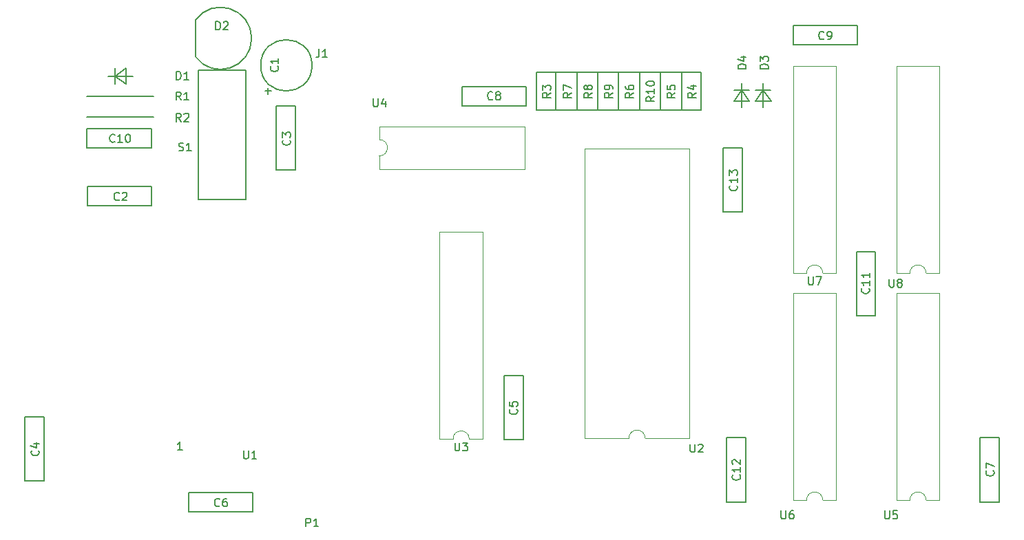
<source format=gbr>
%TF.GenerationSoftware,KiCad,Pcbnew,(6.0.2)*%
%TF.CreationDate,2022-11-25T01:59:39-06:00*%
%TF.ProjectId,Game Genie v1.0,47616d65-2047-4656-9e69-652076312e30,rev?*%
%TF.SameCoordinates,Original*%
%TF.FileFunction,Legend,Top*%
%TF.FilePolarity,Positive*%
%FSLAX46Y46*%
G04 Gerber Fmt 4.6, Leading zero omitted, Abs format (unit mm)*
G04 Created by KiCad (PCBNEW (6.0.2)) date 2022-11-25 01:59:39*
%MOMM*%
%LPD*%
G01*
G04 APERTURE LIST*
%ADD10C,0.150000*%
%ADD11C,0.120000*%
G04 APERTURE END LIST*
D10*
X105744000Y-64108000D02*
X105744000Y-68597176D01*
X120092907Y-69678000D02*
G75*
G03*
X120092907Y-69678000I-3155907J0D01*
G01*
X202212000Y-123401000D02*
X204574000Y-123401000D01*
X204574000Y-123401000D02*
X204574000Y-115517000D01*
X204574000Y-115517000D02*
X202212000Y-115517000D01*
X202212000Y-115517000D02*
X202212000Y-123401000D01*
X179259000Y-64777000D02*
X187143000Y-64777000D01*
X187143000Y-64777000D02*
X187143000Y-67139000D01*
X187143000Y-67139000D02*
X179259000Y-67139000D01*
X179259000Y-67139000D02*
X179259000Y-64777000D01*
X84803000Y-120852000D02*
X87165000Y-120852000D01*
X87165000Y-120852000D02*
X87165000Y-112968000D01*
X87165000Y-112968000D02*
X84803000Y-112968000D01*
X84803000Y-112968000D02*
X84803000Y-120852000D01*
X150061000Y-70536000D02*
X150061000Y-75186000D01*
X152638000Y-70536000D02*
X152638000Y-75186000D01*
X187018000Y-100492000D02*
X189380000Y-100492000D01*
X189380000Y-100492000D02*
X189380000Y-92608000D01*
X189380000Y-92608000D02*
X187018000Y-92608000D01*
X187018000Y-92608000D02*
X187018000Y-100492000D01*
X157792000Y-70536000D02*
X157792000Y-75186000D01*
X104925000Y-122256000D02*
X112809000Y-122256000D01*
X112809000Y-122256000D02*
X112809000Y-124618000D01*
X112809000Y-124618000D02*
X104925000Y-124618000D01*
X104925000Y-124618000D02*
X104925000Y-122256000D01*
X175530000Y-74885000D02*
X175530000Y-71901000D01*
X97249000Y-71944500D02*
X95862000Y-71000500D01*
X171089000Y-123402000D02*
X173451000Y-123402000D01*
X173451000Y-123402000D02*
X173451000Y-115518000D01*
X173451000Y-115518000D02*
X171089000Y-115518000D01*
X171089000Y-115518000D02*
X171089000Y-123402000D01*
X174597000Y-74095500D02*
X175541000Y-72708500D01*
X172895000Y-72708500D02*
X173877000Y-74107500D01*
X92379000Y-73506000D02*
X100627000Y-73506000D01*
X147659000Y-70536000D02*
X167946000Y-70536000D01*
X167946000Y-70536000D02*
X167946000Y-75186000D01*
X167946000Y-75186000D02*
X147659000Y-75186000D01*
X147659000Y-75186000D02*
X147659000Y-70536000D01*
X98038500Y-71011500D02*
X95054500Y-71011500D01*
X92500000Y-84578000D02*
X100384000Y-84578000D01*
X100384000Y-84578000D02*
X100384000Y-86940000D01*
X100384000Y-86940000D02*
X92500000Y-86940000D01*
X92500000Y-86940000D02*
X92500000Y-84578000D01*
X95862000Y-71000500D02*
X97261000Y-70018500D01*
X97261000Y-70018500D02*
X97249000Y-71944500D01*
X170644000Y-87743000D02*
X173006000Y-87743000D01*
X173006000Y-87743000D02*
X173006000Y-79859000D01*
X173006000Y-79859000D02*
X170644000Y-79859000D01*
X170644000Y-79859000D02*
X170644000Y-87743000D01*
X92436000Y-77461000D02*
X100320000Y-77461000D01*
X100320000Y-77461000D02*
X100320000Y-79823000D01*
X100320000Y-79823000D02*
X92436000Y-79823000D01*
X92436000Y-79823000D02*
X92436000Y-77461000D01*
X162946000Y-70536000D02*
X162946000Y-75186000D01*
X106141000Y-70238000D02*
X111941000Y-70238000D01*
X111941000Y-70238000D02*
X111941000Y-86198000D01*
X111941000Y-86198000D02*
X106141000Y-86198000D01*
X106141000Y-86198000D02*
X106141000Y-70238000D01*
X173877000Y-74107500D02*
X171951000Y-74095500D01*
X175541000Y-72708500D02*
X176523000Y-74107500D01*
X92379000Y-76065000D02*
X100627000Y-76065000D01*
X176510000Y-72703500D02*
X174595000Y-72703500D01*
X95857000Y-70031500D02*
X95857000Y-71946500D01*
X160369000Y-70536000D02*
X160369000Y-75186000D01*
X165523000Y-70536000D02*
X165523000Y-75186000D01*
X173864000Y-72703500D02*
X171949000Y-72703500D01*
X176523000Y-74107500D02*
X174597000Y-74095500D01*
X172884000Y-74885000D02*
X172884000Y-71901000D01*
X143712000Y-115739000D02*
X146074000Y-115739000D01*
X146074000Y-115739000D02*
X146074000Y-107855000D01*
X146074000Y-107855000D02*
X143712000Y-107855000D01*
X143712000Y-107855000D02*
X143712000Y-115739000D01*
X105744000Y-68597176D02*
G75*
G03*
X105744000Y-64108000I3095087J2244588D01*
G01*
X155215000Y-70536000D02*
X155215000Y-75186000D01*
X171951000Y-74095500D02*
X172895000Y-72708500D01*
X138512000Y-72323000D02*
X146396000Y-72323000D01*
X146396000Y-72323000D02*
X146396000Y-74685000D01*
X146396000Y-74685000D02*
X138512000Y-74685000D01*
X138512000Y-74685000D02*
X138512000Y-72323000D01*
X115705000Y-82581000D02*
X118067000Y-82581000D01*
X118067000Y-82581000D02*
X118067000Y-74697000D01*
X118067000Y-74697000D02*
X115705000Y-74697000D01*
X115705000Y-74697000D02*
X115705000Y-82581000D01*
X114321047Y-72838428D02*
X115082952Y-72838428D01*
X114702000Y-73219380D02*
X114702000Y-72457476D01*
X104139714Y-117028380D02*
X103568285Y-117028380D01*
X103854000Y-117028380D02*
X103854000Y-116028380D01*
X103758761Y-116171238D01*
X103663523Y-116266476D01*
X103568285Y-116314095D01*
%TO.C,C2*%
X96386333Y-86216142D02*
X96338714Y-86263761D01*
X96195857Y-86311380D01*
X96100619Y-86311380D01*
X95957761Y-86263761D01*
X95862523Y-86168523D01*
X95814904Y-86073285D01*
X95767285Y-85882809D01*
X95767285Y-85739952D01*
X95814904Y-85549476D01*
X95862523Y-85454238D01*
X95957761Y-85359000D01*
X96100619Y-85311380D01*
X96195857Y-85311380D01*
X96338714Y-85359000D01*
X96386333Y-85406619D01*
X96767285Y-85406619D02*
X96814904Y-85359000D01*
X96910142Y-85311380D01*
X97148238Y-85311380D01*
X97243476Y-85359000D01*
X97291095Y-85406619D01*
X97338714Y-85501857D01*
X97338714Y-85597095D01*
X97291095Y-85739952D01*
X96719666Y-86311380D01*
X97338714Y-86311380D01*
%TO.C,C12*%
X172663142Y-120094857D02*
X172710761Y-120142476D01*
X172758380Y-120285333D01*
X172758380Y-120380571D01*
X172710761Y-120523428D01*
X172615523Y-120618666D01*
X172520285Y-120666285D01*
X172329809Y-120713904D01*
X172186952Y-120713904D01*
X171996476Y-120666285D01*
X171901238Y-120618666D01*
X171806000Y-120523428D01*
X171758380Y-120380571D01*
X171758380Y-120285333D01*
X171806000Y-120142476D01*
X171853619Y-120094857D01*
X172758380Y-119142476D02*
X172758380Y-119713904D01*
X172758380Y-119428190D02*
X171758380Y-119428190D01*
X171901238Y-119523428D01*
X171996476Y-119618666D01*
X172044095Y-119713904D01*
X171853619Y-118761523D02*
X171806000Y-118713904D01*
X171758380Y-118618666D01*
X171758380Y-118380571D01*
X171806000Y-118285333D01*
X171853619Y-118237714D01*
X171948857Y-118190095D01*
X172044095Y-118190095D01*
X172186952Y-118237714D01*
X172758380Y-118809142D01*
X172758380Y-118190095D01*
%TO.C,U5*%
X190520095Y-124496380D02*
X190520095Y-125305904D01*
X190567714Y-125401142D01*
X190615333Y-125448761D01*
X190710571Y-125496380D01*
X190901047Y-125496380D01*
X190996285Y-125448761D01*
X191043904Y-125401142D01*
X191091523Y-125305904D01*
X191091523Y-124496380D01*
X192043904Y-124496380D02*
X191567714Y-124496380D01*
X191520095Y-124972571D01*
X191567714Y-124924952D01*
X191662952Y-124877333D01*
X191901047Y-124877333D01*
X191996285Y-124924952D01*
X192043904Y-124972571D01*
X192091523Y-125067809D01*
X192091523Y-125305904D01*
X192043904Y-125401142D01*
X191996285Y-125448761D01*
X191901047Y-125496380D01*
X191662952Y-125496380D01*
X191567714Y-125448761D01*
X191520095Y-125401142D01*
%TO.C,D3*%
X176178380Y-70095095D02*
X175178380Y-70095095D01*
X175178380Y-69857000D01*
X175226000Y-69714142D01*
X175321238Y-69618904D01*
X175416476Y-69571285D01*
X175606952Y-69523666D01*
X175749809Y-69523666D01*
X175940285Y-69571285D01*
X176035523Y-69618904D01*
X176130761Y-69714142D01*
X176178380Y-69857000D01*
X176178380Y-70095095D01*
X175178380Y-69190333D02*
X175178380Y-68571285D01*
X175559333Y-68904619D01*
X175559333Y-68761761D01*
X175606952Y-68666523D01*
X175654571Y-68618904D01*
X175749809Y-68571285D01*
X175987904Y-68571285D01*
X176083142Y-68618904D01*
X176130761Y-68666523D01*
X176178380Y-68761761D01*
X176178380Y-69047476D01*
X176130761Y-69142714D01*
X176083142Y-69190333D01*
%TO.C,J1*%
X120958666Y-67688380D02*
X120958666Y-68402666D01*
X120911047Y-68545523D01*
X120815809Y-68640761D01*
X120672952Y-68688380D01*
X120577714Y-68688380D01*
X121958666Y-68688380D02*
X121387238Y-68688380D01*
X121672952Y-68688380D02*
X121672952Y-67688380D01*
X121577714Y-67831238D01*
X121482476Y-67926476D01*
X121387238Y-67974095D01*
%TO.C,D4*%
X173463380Y-70095095D02*
X172463380Y-70095095D01*
X172463380Y-69857000D01*
X172511000Y-69714142D01*
X172606238Y-69618904D01*
X172701476Y-69571285D01*
X172891952Y-69523666D01*
X173034809Y-69523666D01*
X173225285Y-69571285D01*
X173320523Y-69618904D01*
X173415761Y-69714142D01*
X173463380Y-69857000D01*
X173463380Y-70095095D01*
X172796714Y-68666523D02*
X173463380Y-68666523D01*
X172415761Y-68904619D02*
X173130047Y-69142714D01*
X173130047Y-68523666D01*
%TO.C,R3*%
X149440380Y-73049666D02*
X148964190Y-73383000D01*
X149440380Y-73621095D02*
X148440380Y-73621095D01*
X148440380Y-73240142D01*
X148488000Y-73144904D01*
X148535619Y-73097285D01*
X148630857Y-73049666D01*
X148773714Y-73049666D01*
X148868952Y-73097285D01*
X148916571Y-73144904D01*
X148964190Y-73240142D01*
X148964190Y-73621095D01*
X148440380Y-72716333D02*
X148440380Y-72097285D01*
X148821333Y-72430619D01*
X148821333Y-72287761D01*
X148868952Y-72192523D01*
X148916571Y-72144904D01*
X149011809Y-72097285D01*
X149249904Y-72097285D01*
X149345142Y-72144904D01*
X149392761Y-72192523D01*
X149440380Y-72287761D01*
X149440380Y-72573476D01*
X149392761Y-72668714D01*
X149345142Y-72716333D01*
%TO.C,U6*%
X177770095Y-124496380D02*
X177770095Y-125305904D01*
X177817714Y-125401142D01*
X177865333Y-125448761D01*
X177960571Y-125496380D01*
X178151047Y-125496380D01*
X178246285Y-125448761D01*
X178293904Y-125401142D01*
X178341523Y-125305904D01*
X178341523Y-124496380D01*
X179246285Y-124496380D02*
X179055809Y-124496380D01*
X178960571Y-124544000D01*
X178912952Y-124591619D01*
X178817714Y-124734476D01*
X178770095Y-124924952D01*
X178770095Y-125305904D01*
X178817714Y-125401142D01*
X178865333Y-125448761D01*
X178960571Y-125496380D01*
X179151047Y-125496380D01*
X179246285Y-125448761D01*
X179293904Y-125401142D01*
X179341523Y-125305904D01*
X179341523Y-125067809D01*
X179293904Y-124972571D01*
X179246285Y-124924952D01*
X179151047Y-124877333D01*
X178960571Y-124877333D01*
X178865333Y-124924952D01*
X178817714Y-124972571D01*
X178770095Y-125067809D01*
%TO.C,U7*%
X181127095Y-95706380D02*
X181127095Y-96515904D01*
X181174714Y-96611142D01*
X181222333Y-96658761D01*
X181317571Y-96706380D01*
X181508047Y-96706380D01*
X181603285Y-96658761D01*
X181650904Y-96611142D01*
X181698523Y-96515904D01*
X181698523Y-95706380D01*
X182079476Y-95706380D02*
X182746142Y-95706380D01*
X182317571Y-96706380D01*
%TO.C,C9*%
X183031333Y-66406142D02*
X182983714Y-66453761D01*
X182840857Y-66501380D01*
X182745619Y-66501380D01*
X182602761Y-66453761D01*
X182507523Y-66358523D01*
X182459904Y-66263285D01*
X182412285Y-66072809D01*
X182412285Y-65929952D01*
X182459904Y-65739476D01*
X182507523Y-65644238D01*
X182602761Y-65549000D01*
X182745619Y-65501380D01*
X182840857Y-65501380D01*
X182983714Y-65549000D01*
X183031333Y-65596619D01*
X183507523Y-66501380D02*
X183698000Y-66501380D01*
X183793238Y-66453761D01*
X183840857Y-66406142D01*
X183936095Y-66263285D01*
X183983714Y-66072809D01*
X183983714Y-65691857D01*
X183936095Y-65596619D01*
X183888476Y-65549000D01*
X183793238Y-65501380D01*
X183602761Y-65501380D01*
X183507523Y-65549000D01*
X183459904Y-65596619D01*
X183412285Y-65691857D01*
X183412285Y-65929952D01*
X183459904Y-66025190D01*
X183507523Y-66072809D01*
X183602761Y-66120428D01*
X183793238Y-66120428D01*
X183888476Y-66072809D01*
X183936095Y-66025190D01*
X183983714Y-65929952D01*
%TO.C,C8*%
X142301333Y-73825142D02*
X142253714Y-73872761D01*
X142110857Y-73920380D01*
X142015619Y-73920380D01*
X141872761Y-73872761D01*
X141777523Y-73777523D01*
X141729904Y-73682285D01*
X141682285Y-73491809D01*
X141682285Y-73348952D01*
X141729904Y-73158476D01*
X141777523Y-73063238D01*
X141872761Y-72968000D01*
X142015619Y-72920380D01*
X142110857Y-72920380D01*
X142253714Y-72968000D01*
X142301333Y-73015619D01*
X142872761Y-73348952D02*
X142777523Y-73301333D01*
X142729904Y-73253714D01*
X142682285Y-73158476D01*
X142682285Y-73110857D01*
X142729904Y-73015619D01*
X142777523Y-72968000D01*
X142872761Y-72920380D01*
X143063238Y-72920380D01*
X143158476Y-72968000D01*
X143206095Y-73015619D01*
X143253714Y-73110857D01*
X143253714Y-73158476D01*
X143206095Y-73253714D01*
X143158476Y-73301333D01*
X143063238Y-73348952D01*
X142872761Y-73348952D01*
X142777523Y-73396571D01*
X142729904Y-73444190D01*
X142682285Y-73539428D01*
X142682285Y-73729904D01*
X142729904Y-73825142D01*
X142777523Y-73872761D01*
X142872761Y-73920380D01*
X143063238Y-73920380D01*
X143158476Y-73872761D01*
X143206095Y-73825142D01*
X143253714Y-73729904D01*
X143253714Y-73539428D01*
X143206095Y-73444190D01*
X143158476Y-73396571D01*
X143063238Y-73348952D01*
%TO.C,R7*%
X151992380Y-73049666D02*
X151516190Y-73383000D01*
X151992380Y-73621095D02*
X150992380Y-73621095D01*
X150992380Y-73240142D01*
X151040000Y-73144904D01*
X151087619Y-73097285D01*
X151182857Y-73049666D01*
X151325714Y-73049666D01*
X151420952Y-73097285D01*
X151468571Y-73144904D01*
X151516190Y-73240142D01*
X151516190Y-73621095D01*
X150992380Y-72716333D02*
X150992380Y-72049666D01*
X151992380Y-72478238D01*
%TO.C,C4*%
X86440142Y-117093666D02*
X86487761Y-117141285D01*
X86535380Y-117284142D01*
X86535380Y-117379380D01*
X86487761Y-117522238D01*
X86392523Y-117617476D01*
X86297285Y-117665095D01*
X86106809Y-117712714D01*
X85963952Y-117712714D01*
X85773476Y-117665095D01*
X85678238Y-117617476D01*
X85583000Y-117522238D01*
X85535380Y-117379380D01*
X85535380Y-117284142D01*
X85583000Y-117141285D01*
X85630619Y-117093666D01*
X85868714Y-116236523D02*
X86535380Y-116236523D01*
X85487761Y-116474619D02*
X86202047Y-116712714D01*
X86202047Y-116093666D01*
%TO.C,U3*%
X137666095Y-116131380D02*
X137666095Y-116940904D01*
X137713714Y-117036142D01*
X137761333Y-117083761D01*
X137856571Y-117131380D01*
X138047047Y-117131380D01*
X138142285Y-117083761D01*
X138189904Y-117036142D01*
X138237523Y-116940904D01*
X138237523Y-116131380D01*
X138618476Y-116131380D02*
X139237523Y-116131380D01*
X138904190Y-116512333D01*
X139047047Y-116512333D01*
X139142285Y-116559952D01*
X139189904Y-116607571D01*
X139237523Y-116702809D01*
X139237523Y-116940904D01*
X139189904Y-117036142D01*
X139142285Y-117083761D01*
X139047047Y-117131380D01*
X138761333Y-117131380D01*
X138666095Y-117083761D01*
X138618476Y-117036142D01*
%TO.C,C6*%
X108733333Y-123883142D02*
X108685714Y-123930761D01*
X108542857Y-123978380D01*
X108447619Y-123978380D01*
X108304761Y-123930761D01*
X108209523Y-123835523D01*
X108161904Y-123740285D01*
X108114285Y-123549809D01*
X108114285Y-123406952D01*
X108161904Y-123216476D01*
X108209523Y-123121238D01*
X108304761Y-123026000D01*
X108447619Y-122978380D01*
X108542857Y-122978380D01*
X108685714Y-123026000D01*
X108733333Y-123073619D01*
X109590476Y-122978380D02*
X109400000Y-122978380D01*
X109304761Y-123026000D01*
X109257142Y-123073619D01*
X109161904Y-123216476D01*
X109114285Y-123406952D01*
X109114285Y-123787904D01*
X109161904Y-123883142D01*
X109209523Y-123930761D01*
X109304761Y-123978380D01*
X109495238Y-123978380D01*
X109590476Y-123930761D01*
X109638095Y-123883142D01*
X109685714Y-123787904D01*
X109685714Y-123549809D01*
X109638095Y-123454571D01*
X109590476Y-123406952D01*
X109495238Y-123359333D01*
X109304761Y-123359333D01*
X109209523Y-123406952D01*
X109161904Y-123454571D01*
X109114285Y-123549809D01*
%TO.C,R6*%
X159629380Y-73049666D02*
X159153190Y-73383000D01*
X159629380Y-73621095D02*
X158629380Y-73621095D01*
X158629380Y-73240142D01*
X158677000Y-73144904D01*
X158724619Y-73097285D01*
X158819857Y-73049666D01*
X158962714Y-73049666D01*
X159057952Y-73097285D01*
X159105571Y-73144904D01*
X159153190Y-73240142D01*
X159153190Y-73621095D01*
X158629380Y-72192523D02*
X158629380Y-72383000D01*
X158677000Y-72478238D01*
X158724619Y-72525857D01*
X158867476Y-72621095D01*
X159057952Y-72668714D01*
X159438904Y-72668714D01*
X159534142Y-72621095D01*
X159581761Y-72573476D01*
X159629380Y-72478238D01*
X159629380Y-72287761D01*
X159581761Y-72192523D01*
X159534142Y-72144904D01*
X159438904Y-72097285D01*
X159200809Y-72097285D01*
X159105571Y-72144904D01*
X159057952Y-72192523D01*
X159010333Y-72287761D01*
X159010333Y-72478238D01*
X159057952Y-72573476D01*
X159105571Y-72621095D01*
X159200809Y-72668714D01*
%TO.C,R4*%
X167295380Y-73049666D02*
X166819190Y-73383000D01*
X167295380Y-73621095D02*
X166295380Y-73621095D01*
X166295380Y-73240142D01*
X166343000Y-73144904D01*
X166390619Y-73097285D01*
X166485857Y-73049666D01*
X166628714Y-73049666D01*
X166723952Y-73097285D01*
X166771571Y-73144904D01*
X166819190Y-73240142D01*
X166819190Y-73621095D01*
X166628714Y-72192523D02*
X167295380Y-72192523D01*
X166247761Y-72430619D02*
X166962047Y-72668714D01*
X166962047Y-72049666D01*
%TO.C,U8*%
X191067095Y-95994380D02*
X191067095Y-96803904D01*
X191114714Y-96899142D01*
X191162333Y-96946761D01*
X191257571Y-96994380D01*
X191448047Y-96994380D01*
X191543285Y-96946761D01*
X191590904Y-96899142D01*
X191638523Y-96803904D01*
X191638523Y-95994380D01*
X192257571Y-96422952D02*
X192162333Y-96375333D01*
X192114714Y-96327714D01*
X192067095Y-96232476D01*
X192067095Y-96184857D01*
X192114714Y-96089619D01*
X192162333Y-96042000D01*
X192257571Y-95994380D01*
X192448047Y-95994380D01*
X192543285Y-96042000D01*
X192590904Y-96089619D01*
X192638523Y-96184857D01*
X192638523Y-96232476D01*
X192590904Y-96327714D01*
X192543285Y-96375333D01*
X192448047Y-96422952D01*
X192257571Y-96422952D01*
X192162333Y-96470571D01*
X192114714Y-96518190D01*
X192067095Y-96613428D01*
X192067095Y-96803904D01*
X192114714Y-96899142D01*
X192162333Y-96946761D01*
X192257571Y-96994380D01*
X192448047Y-96994380D01*
X192543285Y-96946761D01*
X192590904Y-96899142D01*
X192638523Y-96803904D01*
X192638523Y-96613428D01*
X192590904Y-96518190D01*
X192543285Y-96470571D01*
X192448047Y-96422952D01*
%TO.C,C13*%
X172292142Y-84479857D02*
X172339761Y-84527476D01*
X172387380Y-84670333D01*
X172387380Y-84765571D01*
X172339761Y-84908428D01*
X172244523Y-85003666D01*
X172149285Y-85051285D01*
X171958809Y-85098904D01*
X171815952Y-85098904D01*
X171625476Y-85051285D01*
X171530238Y-85003666D01*
X171435000Y-84908428D01*
X171387380Y-84765571D01*
X171387380Y-84670333D01*
X171435000Y-84527476D01*
X171482619Y-84479857D01*
X172387380Y-83527476D02*
X172387380Y-84098904D01*
X172387380Y-83813190D02*
X171387380Y-83813190D01*
X171530238Y-83908428D01*
X171625476Y-84003666D01*
X171673095Y-84098904D01*
X171387380Y-83194142D02*
X171387380Y-82575095D01*
X171768333Y-82908428D01*
X171768333Y-82765571D01*
X171815952Y-82670333D01*
X171863571Y-82622714D01*
X171958809Y-82575095D01*
X172196904Y-82575095D01*
X172292142Y-82622714D01*
X172339761Y-82670333D01*
X172387380Y-82765571D01*
X172387380Y-83051285D01*
X172339761Y-83146523D01*
X172292142Y-83194142D01*
%TO.C,R9*%
X157058380Y-73049666D02*
X156582190Y-73383000D01*
X157058380Y-73621095D02*
X156058380Y-73621095D01*
X156058380Y-73240142D01*
X156106000Y-73144904D01*
X156153619Y-73097285D01*
X156248857Y-73049666D01*
X156391714Y-73049666D01*
X156486952Y-73097285D01*
X156534571Y-73144904D01*
X156582190Y-73240142D01*
X156582190Y-73621095D01*
X157058380Y-72573476D02*
X157058380Y-72383000D01*
X157010761Y-72287761D01*
X156963142Y-72240142D01*
X156820285Y-72144904D01*
X156629809Y-72097285D01*
X156248857Y-72097285D01*
X156153619Y-72144904D01*
X156106000Y-72192523D01*
X156058380Y-72287761D01*
X156058380Y-72478238D01*
X156106000Y-72573476D01*
X156153619Y-72621095D01*
X156248857Y-72668714D01*
X156486952Y-72668714D01*
X156582190Y-72621095D01*
X156629809Y-72573476D01*
X156677428Y-72478238D01*
X156677428Y-72287761D01*
X156629809Y-72192523D01*
X156582190Y-72144904D01*
X156486952Y-72097285D01*
%TO.C,C10*%
X95833142Y-79046142D02*
X95785523Y-79093761D01*
X95642666Y-79141380D01*
X95547428Y-79141380D01*
X95404571Y-79093761D01*
X95309333Y-78998523D01*
X95261714Y-78903285D01*
X95214095Y-78712809D01*
X95214095Y-78569952D01*
X95261714Y-78379476D01*
X95309333Y-78284238D01*
X95404571Y-78189000D01*
X95547428Y-78141380D01*
X95642666Y-78141380D01*
X95785523Y-78189000D01*
X95833142Y-78236619D01*
X96785523Y-79141380D02*
X96214095Y-79141380D01*
X96499809Y-79141380D02*
X96499809Y-78141380D01*
X96404571Y-78284238D01*
X96309333Y-78379476D01*
X96214095Y-78427095D01*
X97404571Y-78141380D02*
X97499809Y-78141380D01*
X97595047Y-78189000D01*
X97642666Y-78236619D01*
X97690285Y-78331857D01*
X97737904Y-78522333D01*
X97737904Y-78760428D01*
X97690285Y-78950904D01*
X97642666Y-79046142D01*
X97595047Y-79093761D01*
X97499809Y-79141380D01*
X97404571Y-79141380D01*
X97309333Y-79093761D01*
X97261714Y-79046142D01*
X97214095Y-78950904D01*
X97166476Y-78760428D01*
X97166476Y-78522333D01*
X97214095Y-78331857D01*
X97261714Y-78236619D01*
X97309333Y-78189000D01*
X97404571Y-78141380D01*
%TO.C,R10*%
X162181380Y-73525857D02*
X161705190Y-73859190D01*
X162181380Y-74097285D02*
X161181380Y-74097285D01*
X161181380Y-73716333D01*
X161229000Y-73621095D01*
X161276619Y-73573476D01*
X161371857Y-73525857D01*
X161514714Y-73525857D01*
X161609952Y-73573476D01*
X161657571Y-73621095D01*
X161705190Y-73716333D01*
X161705190Y-74097285D01*
X162181380Y-72573476D02*
X162181380Y-73144904D01*
X162181380Y-72859190D02*
X161181380Y-72859190D01*
X161324238Y-72954428D01*
X161419476Y-73049666D01*
X161467095Y-73144904D01*
X161181380Y-71954428D02*
X161181380Y-71859190D01*
X161229000Y-71763952D01*
X161276619Y-71716333D01*
X161371857Y-71668714D01*
X161562333Y-71621095D01*
X161800428Y-71621095D01*
X161990904Y-71668714D01*
X162086142Y-71716333D01*
X162133761Y-71763952D01*
X162181380Y-71859190D01*
X162181380Y-71954428D01*
X162133761Y-72049666D01*
X162086142Y-72097285D01*
X161990904Y-72144904D01*
X161800428Y-72192523D01*
X161562333Y-72192523D01*
X161371857Y-72144904D01*
X161276619Y-72097285D01*
X161229000Y-72049666D01*
X161181380Y-71954428D01*
%TO.C,U4*%
X127637095Y-73780380D02*
X127637095Y-74589904D01*
X127684714Y-74685142D01*
X127732333Y-74732761D01*
X127827571Y-74780380D01*
X128018047Y-74780380D01*
X128113285Y-74732761D01*
X128160904Y-74685142D01*
X128208523Y-74589904D01*
X128208523Y-73780380D01*
X129113285Y-74113714D02*
X129113285Y-74780380D01*
X128875190Y-73732761D02*
X128637095Y-74447047D01*
X129256142Y-74447047D01*
%TO.C,C3*%
X117358142Y-78865666D02*
X117405761Y-78913285D01*
X117453380Y-79056142D01*
X117453380Y-79151380D01*
X117405761Y-79294238D01*
X117310523Y-79389476D01*
X117215285Y-79437095D01*
X117024809Y-79484714D01*
X116881952Y-79484714D01*
X116691476Y-79437095D01*
X116596238Y-79389476D01*
X116501000Y-79294238D01*
X116453380Y-79151380D01*
X116453380Y-79056142D01*
X116501000Y-78913285D01*
X116548619Y-78865666D01*
X116453380Y-78532333D02*
X116453380Y-77913285D01*
X116834333Y-78246619D01*
X116834333Y-78103761D01*
X116881952Y-78008523D01*
X116929571Y-77960904D01*
X117024809Y-77913285D01*
X117262904Y-77913285D01*
X117358142Y-77960904D01*
X117405761Y-78008523D01*
X117453380Y-78103761D01*
X117453380Y-78389476D01*
X117405761Y-78484714D01*
X117358142Y-78532333D01*
%TO.C,U1*%
X111686095Y-117094380D02*
X111686095Y-117903904D01*
X111733714Y-117999142D01*
X111781333Y-118046761D01*
X111876571Y-118094380D01*
X112067047Y-118094380D01*
X112162285Y-118046761D01*
X112209904Y-117999142D01*
X112257523Y-117903904D01*
X112257523Y-117094380D01*
X113257523Y-118094380D02*
X112686095Y-118094380D01*
X112971809Y-118094380D02*
X112971809Y-117094380D01*
X112876571Y-117237238D01*
X112781333Y-117332476D01*
X112686095Y-117380095D01*
%TO.C,R8*%
X154525380Y-73049666D02*
X154049190Y-73383000D01*
X154525380Y-73621095D02*
X153525380Y-73621095D01*
X153525380Y-73240142D01*
X153573000Y-73144904D01*
X153620619Y-73097285D01*
X153715857Y-73049666D01*
X153858714Y-73049666D01*
X153953952Y-73097285D01*
X154001571Y-73144904D01*
X154049190Y-73240142D01*
X154049190Y-73621095D01*
X153953952Y-72478238D02*
X153906333Y-72573476D01*
X153858714Y-72621095D01*
X153763476Y-72668714D01*
X153715857Y-72668714D01*
X153620619Y-72621095D01*
X153573000Y-72573476D01*
X153525380Y-72478238D01*
X153525380Y-72287761D01*
X153573000Y-72192523D01*
X153620619Y-72144904D01*
X153715857Y-72097285D01*
X153763476Y-72097285D01*
X153858714Y-72144904D01*
X153906333Y-72192523D01*
X153953952Y-72287761D01*
X153953952Y-72478238D01*
X154001571Y-72573476D01*
X154049190Y-72621095D01*
X154144428Y-72668714D01*
X154334904Y-72668714D01*
X154430142Y-72621095D01*
X154477761Y-72573476D01*
X154525380Y-72478238D01*
X154525380Y-72287761D01*
X154477761Y-72192523D01*
X154430142Y-72144904D01*
X154334904Y-72097285D01*
X154144428Y-72097285D01*
X154049190Y-72144904D01*
X154001571Y-72192523D01*
X153953952Y-72287761D01*
%TO.C,R1*%
X103987333Y-73942380D02*
X103654000Y-73466190D01*
X103415904Y-73942380D02*
X103415904Y-72942380D01*
X103796857Y-72942380D01*
X103892095Y-72990000D01*
X103939714Y-73037619D01*
X103987333Y-73132857D01*
X103987333Y-73275714D01*
X103939714Y-73370952D01*
X103892095Y-73418571D01*
X103796857Y-73466190D01*
X103415904Y-73466190D01*
X104939714Y-73942380D02*
X104368285Y-73942380D01*
X104654000Y-73942380D02*
X104654000Y-72942380D01*
X104558761Y-73085238D01*
X104463523Y-73180476D01*
X104368285Y-73228095D01*
%TO.C,S1*%
X103702095Y-80157761D02*
X103844952Y-80205380D01*
X104083047Y-80205380D01*
X104178285Y-80157761D01*
X104225904Y-80110142D01*
X104273523Y-80014904D01*
X104273523Y-79919666D01*
X104225904Y-79824428D01*
X104178285Y-79776809D01*
X104083047Y-79729190D01*
X103892571Y-79681571D01*
X103797333Y-79633952D01*
X103749714Y-79586333D01*
X103702095Y-79491095D01*
X103702095Y-79395857D01*
X103749714Y-79300619D01*
X103797333Y-79253000D01*
X103892571Y-79205380D01*
X104130666Y-79205380D01*
X104273523Y-79253000D01*
X105225904Y-80205380D02*
X104654476Y-80205380D01*
X104940190Y-80205380D02*
X104940190Y-79205380D01*
X104844952Y-79348238D01*
X104749714Y-79443476D01*
X104654476Y-79491095D01*
%TO.C,C5*%
X145270142Y-112019666D02*
X145317761Y-112067285D01*
X145365380Y-112210142D01*
X145365380Y-112305380D01*
X145317761Y-112448238D01*
X145222523Y-112543476D01*
X145127285Y-112591095D01*
X144936809Y-112638714D01*
X144793952Y-112638714D01*
X144603476Y-112591095D01*
X144508238Y-112543476D01*
X144413000Y-112448238D01*
X144365380Y-112305380D01*
X144365380Y-112210142D01*
X144413000Y-112067285D01*
X144460619Y-112019666D01*
X144365380Y-111114904D02*
X144365380Y-111591095D01*
X144841571Y-111638714D01*
X144793952Y-111591095D01*
X144746333Y-111495857D01*
X144746333Y-111257761D01*
X144793952Y-111162523D01*
X144841571Y-111114904D01*
X144936809Y-111067285D01*
X145174904Y-111067285D01*
X145270142Y-111114904D01*
X145317761Y-111162523D01*
X145365380Y-111257761D01*
X145365380Y-111495857D01*
X145317761Y-111591095D01*
X145270142Y-111638714D01*
%TO.C,C11*%
X188544142Y-97130857D02*
X188591761Y-97178476D01*
X188639380Y-97321333D01*
X188639380Y-97416571D01*
X188591761Y-97559428D01*
X188496523Y-97654666D01*
X188401285Y-97702285D01*
X188210809Y-97749904D01*
X188067952Y-97749904D01*
X187877476Y-97702285D01*
X187782238Y-97654666D01*
X187687000Y-97559428D01*
X187639380Y-97416571D01*
X187639380Y-97321333D01*
X187687000Y-97178476D01*
X187734619Y-97130857D01*
X188639380Y-96178476D02*
X188639380Y-96749904D01*
X188639380Y-96464190D02*
X187639380Y-96464190D01*
X187782238Y-96559428D01*
X187877476Y-96654666D01*
X187925095Y-96749904D01*
X188639380Y-95226095D02*
X188639380Y-95797523D01*
X188639380Y-95511809D02*
X187639380Y-95511809D01*
X187782238Y-95607047D01*
X187877476Y-95702285D01*
X187925095Y-95797523D01*
%TO.C,D1*%
X103415904Y-71428380D02*
X103415904Y-70428380D01*
X103654000Y-70428380D01*
X103796857Y-70476000D01*
X103892095Y-70571238D01*
X103939714Y-70666476D01*
X103987333Y-70856952D01*
X103987333Y-70999809D01*
X103939714Y-71190285D01*
X103892095Y-71285523D01*
X103796857Y-71380761D01*
X103654000Y-71428380D01*
X103415904Y-71428380D01*
X104939714Y-71428380D02*
X104368285Y-71428380D01*
X104654000Y-71428380D02*
X104654000Y-70428380D01*
X104558761Y-70571238D01*
X104463523Y-70666476D01*
X104368285Y-70714095D01*
%TO.C,D2*%
X108256904Y-65296380D02*
X108256904Y-64296380D01*
X108495000Y-64296380D01*
X108637857Y-64344000D01*
X108733095Y-64439238D01*
X108780714Y-64534476D01*
X108828333Y-64724952D01*
X108828333Y-64867809D01*
X108780714Y-65058285D01*
X108733095Y-65153523D01*
X108637857Y-65248761D01*
X108495000Y-65296380D01*
X108256904Y-65296380D01*
X109209285Y-64391619D02*
X109256904Y-64344000D01*
X109352142Y-64296380D01*
X109590238Y-64296380D01*
X109685476Y-64344000D01*
X109733095Y-64391619D01*
X109780714Y-64486857D01*
X109780714Y-64582095D01*
X109733095Y-64724952D01*
X109161666Y-65296380D01*
X109780714Y-65296380D01*
%TO.C,R5*%
X164733380Y-73049666D02*
X164257190Y-73383000D01*
X164733380Y-73621095D02*
X163733380Y-73621095D01*
X163733380Y-73240142D01*
X163781000Y-73144904D01*
X163828619Y-73097285D01*
X163923857Y-73049666D01*
X164066714Y-73049666D01*
X164161952Y-73097285D01*
X164209571Y-73144904D01*
X164257190Y-73240142D01*
X164257190Y-73621095D01*
X163733380Y-72144904D02*
X163733380Y-72621095D01*
X164209571Y-72668714D01*
X164161952Y-72621095D01*
X164114333Y-72525857D01*
X164114333Y-72287761D01*
X164161952Y-72192523D01*
X164209571Y-72144904D01*
X164304809Y-72097285D01*
X164542904Y-72097285D01*
X164638142Y-72144904D01*
X164685761Y-72192523D01*
X164733380Y-72287761D01*
X164733380Y-72525857D01*
X164685761Y-72621095D01*
X164638142Y-72668714D01*
%TO.C,C7*%
X203859142Y-119579666D02*
X203906761Y-119627285D01*
X203954380Y-119770142D01*
X203954380Y-119865380D01*
X203906761Y-120008238D01*
X203811523Y-120103476D01*
X203716285Y-120151095D01*
X203525809Y-120198714D01*
X203382952Y-120198714D01*
X203192476Y-120151095D01*
X203097238Y-120103476D01*
X203002000Y-120008238D01*
X202954380Y-119865380D01*
X202954380Y-119770142D01*
X203002000Y-119627285D01*
X203049619Y-119579666D01*
X202954380Y-119246333D02*
X202954380Y-118579666D01*
X203954380Y-119008238D01*
%TO.C,C1*%
X115874142Y-69796666D02*
X115921761Y-69844285D01*
X115969380Y-69987142D01*
X115969380Y-70082380D01*
X115921761Y-70225238D01*
X115826523Y-70320476D01*
X115731285Y-70368095D01*
X115540809Y-70415714D01*
X115397952Y-70415714D01*
X115207476Y-70368095D01*
X115112238Y-70320476D01*
X115017000Y-70225238D01*
X114969380Y-70082380D01*
X114969380Y-69987142D01*
X115017000Y-69844285D01*
X115064619Y-69796666D01*
X115969380Y-68844285D02*
X115969380Y-69415714D01*
X115969380Y-69130000D02*
X114969380Y-69130000D01*
X115112238Y-69225238D01*
X115207476Y-69320476D01*
X115255095Y-69415714D01*
%TO.C,U2*%
X166603095Y-116295380D02*
X166603095Y-117104904D01*
X166650714Y-117200142D01*
X166698333Y-117247761D01*
X166793571Y-117295380D01*
X166984047Y-117295380D01*
X167079285Y-117247761D01*
X167126904Y-117200142D01*
X167174523Y-117104904D01*
X167174523Y-116295380D01*
X167603095Y-116390619D02*
X167650714Y-116343000D01*
X167745952Y-116295380D01*
X167984047Y-116295380D01*
X168079285Y-116343000D01*
X168126904Y-116390619D01*
X168174523Y-116485857D01*
X168174523Y-116581095D01*
X168126904Y-116723952D01*
X167555476Y-117295380D01*
X168174523Y-117295380D01*
%TO.C,P1*%
X119356904Y-126440380D02*
X119356904Y-125440380D01*
X119737857Y-125440380D01*
X119833095Y-125488000D01*
X119880714Y-125535619D01*
X119928333Y-125630857D01*
X119928333Y-125773714D01*
X119880714Y-125868952D01*
X119833095Y-125916571D01*
X119737857Y-125964190D01*
X119356904Y-125964190D01*
X120880714Y-126440380D02*
X120309285Y-126440380D01*
X120595000Y-126440380D02*
X120595000Y-125440380D01*
X120499761Y-125583238D01*
X120404523Y-125678476D01*
X120309285Y-125726095D01*
%TO.C,R2*%
X103987333Y-76588380D02*
X103654000Y-76112190D01*
X103415904Y-76588380D02*
X103415904Y-75588380D01*
X103796857Y-75588380D01*
X103892095Y-75636000D01*
X103939714Y-75683619D01*
X103987333Y-75778857D01*
X103987333Y-75921714D01*
X103939714Y-76016952D01*
X103892095Y-76064571D01*
X103796857Y-76112190D01*
X103415904Y-76112190D01*
X104368285Y-75683619D02*
X104415904Y-75636000D01*
X104511142Y-75588380D01*
X104749238Y-75588380D01*
X104844476Y-75636000D01*
X104892095Y-75683619D01*
X104939714Y-75778857D01*
X104939714Y-75874095D01*
X104892095Y-76016952D01*
X104320666Y-76588380D01*
X104939714Y-76588380D01*
D11*
%TO.C,U5*%
X191943000Y-97679000D02*
X191943000Y-123199000D01*
X191943000Y-123199000D02*
X193593000Y-123199000D01*
X197243000Y-123199000D02*
X197243000Y-97679000D01*
X197243000Y-97679000D02*
X191943000Y-97679000D01*
X195593000Y-123199000D02*
X197243000Y-123199000D01*
X195593000Y-123199000D02*
G75*
G03*
X193593000Y-123199000I-1000000J0D01*
G01*
%TO.C,U6*%
X179239000Y-97679000D02*
X179239000Y-123199000D01*
X184539000Y-123199000D02*
X184539000Y-97679000D01*
X179239000Y-123199000D02*
X180889000Y-123199000D01*
X182889000Y-123199000D02*
X184539000Y-123199000D01*
X184539000Y-97679000D02*
X179239000Y-97679000D01*
X182889000Y-123199000D02*
G75*
G03*
X180889000Y-123199000I-1000000J0D01*
G01*
%TO.C,U7*%
X182889000Y-95254000D02*
X184539000Y-95254000D01*
X179239000Y-69734000D02*
X179239000Y-95254000D01*
X184539000Y-69734000D02*
X179239000Y-69734000D01*
X184539000Y-95254000D02*
X184539000Y-69734000D01*
X179239000Y-95254000D02*
X180889000Y-95254000D01*
X182889000Y-95254000D02*
G75*
G03*
X180889000Y-95254000I-1000000J0D01*
G01*
%TO.C,U3*%
X141078000Y-115679000D02*
X141078000Y-90159000D01*
X141078000Y-90159000D02*
X135778000Y-90159000D01*
X135778000Y-90159000D02*
X135778000Y-115679000D01*
X135778000Y-115679000D02*
X137428000Y-115679000D01*
X139428000Y-115679000D02*
X141078000Y-115679000D01*
X139428000Y-115679000D02*
G75*
G03*
X137428000Y-115679000I-1000000J0D01*
G01*
%TO.C,U8*%
X195593000Y-95254000D02*
X197243000Y-95254000D01*
X197243000Y-95254000D02*
X197243000Y-69734000D01*
X191943000Y-95254000D02*
X193593000Y-95254000D01*
X191943000Y-69734000D02*
X191943000Y-95254000D01*
X197243000Y-69734000D02*
X191943000Y-69734000D01*
X195593000Y-95254000D02*
G75*
G03*
X193593000Y-95254000I-1000000J0D01*
G01*
%TO.C,U4*%
X128362000Y-77175000D02*
X128362000Y-78825000D01*
X146262000Y-77175000D02*
X128362000Y-77175000D01*
X128362000Y-82475000D02*
X146262000Y-82475000D01*
X128362000Y-80825000D02*
X128362000Y-82475000D01*
X146262000Y-82475000D02*
X146262000Y-77175000D01*
X128362000Y-80825000D02*
G75*
G03*
X128362000Y-78825000I0J1000000D01*
G01*
%TO.C,U2*%
X166512000Y-79899000D02*
X153592000Y-79899000D01*
X153592000Y-79899000D02*
X153592000Y-115579000D01*
X153592000Y-115579000D02*
X159052000Y-115579000D01*
X161052000Y-115579000D02*
X166512000Y-115579000D01*
X166512000Y-115579000D02*
X166512000Y-79899000D01*
X161052000Y-115579000D02*
G75*
G03*
X159052000Y-115579000I-1000000J0D01*
G01*
%TD*%
M02*

</source>
